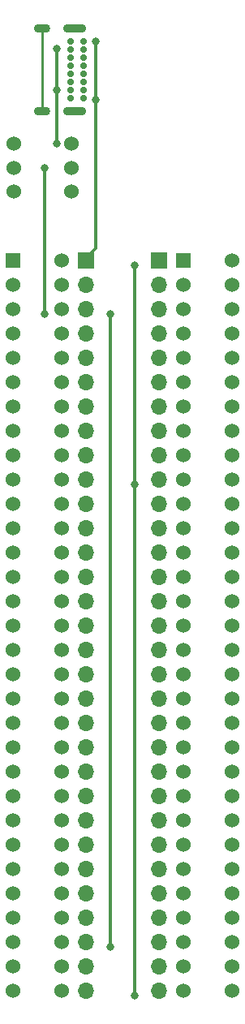
<source format=gbr>
G04 #@! TF.GenerationSoftware,KiCad,Pcbnew,(5.1.8)-1*
G04 #@! TF.CreationDate,2024-05-23T13:17:17-06:00*
G04 #@! TF.ProjectId,Breadboard Adapter,42726561-6462-46f6-9172-642041646170,rev?*
G04 #@! TF.SameCoordinates,Original*
G04 #@! TF.FileFunction,Copper,L2,Bot*
G04 #@! TF.FilePolarity,Positive*
%FSLAX46Y46*%
G04 Gerber Fmt 4.6, Leading zero omitted, Abs format (unit mm)*
G04 Created by KiCad (PCBNEW (5.1.8)-1) date 2024-05-23 13:17:17*
%MOMM*%
%LPD*%
G01*
G04 APERTURE LIST*
G04 #@! TA.AperFunction,ComponentPad*
%ADD10O,1.700000X1.700000*%
G04 #@! TD*
G04 #@! TA.AperFunction,ComponentPad*
%ADD11R,1.700000X1.700000*%
G04 #@! TD*
G04 #@! TA.AperFunction,ComponentPad*
%ADD12C,1.524000*%
G04 #@! TD*
G04 #@! TA.AperFunction,ComponentPad*
%ADD13R,1.524000X1.524000*%
G04 #@! TD*
G04 #@! TA.AperFunction,ComponentPad*
%ADD14O,1.700000X0.900000*%
G04 #@! TD*
G04 #@! TA.AperFunction,ComponentPad*
%ADD15O,2.400000X0.900000*%
G04 #@! TD*
G04 #@! TA.AperFunction,ComponentPad*
%ADD16C,0.700000*%
G04 #@! TD*
G04 #@! TA.AperFunction,ViaPad*
%ADD17C,0.800000*%
G04 #@! TD*
G04 #@! TA.AperFunction,Conductor*
%ADD18C,0.330200*%
G04 #@! TD*
G04 #@! TA.AperFunction,Conductor*
%ADD19C,0.250000*%
G04 #@! TD*
G04 APERTURE END LIST*
D10*
G04 #@! TO.P,J4,31*
G04 #@! TO.N,/A0*
X106680000Y-114300000D03*
G04 #@! TO.P,J4,30*
G04 #@! TO.N,/A1*
X106680000Y-111760000D03*
G04 #@! TO.P,J4,29*
G04 #@! TO.N,/A2*
X106680000Y-109220000D03*
G04 #@! TO.P,J4,28*
G04 #@! TO.N,/A3*
X106680000Y-106680000D03*
G04 #@! TO.P,J4,27*
G04 #@! TO.N,/A4*
X106680000Y-104140000D03*
G04 #@! TO.P,J4,26*
G04 #@! TO.N,/A5*
X106680000Y-101600000D03*
G04 #@! TO.P,J4,25*
G04 #@! TO.N,/A6*
X106680000Y-99060000D03*
G04 #@! TO.P,J4,24*
G04 #@! TO.N,/A7*
X106680000Y-96520000D03*
G04 #@! TO.P,J4,23*
G04 #@! TO.N,/A8*
X106680000Y-93980000D03*
G04 #@! TO.P,J4,22*
G04 #@! TO.N,/A9*
X106680000Y-91440000D03*
G04 #@! TO.P,J4,21*
G04 #@! TO.N,/A10*
X106680000Y-88900000D03*
G04 #@! TO.P,J4,20*
G04 #@! TO.N,/A11*
X106680000Y-86360000D03*
G04 #@! TO.P,J4,19*
G04 #@! TO.N,/A12*
X106680000Y-83820000D03*
G04 #@! TO.P,J4,18*
G04 #@! TO.N,/A13*
X106680000Y-81280000D03*
G04 #@! TO.P,J4,17*
G04 #@! TO.N,/A14*
X106680000Y-78740000D03*
G04 #@! TO.P,J4,16*
G04 #@! TO.N,/A15*
X106680000Y-76200000D03*
G04 #@! TO.P,J4,15*
G04 #@! TO.N,/A16*
X106680000Y-73660000D03*
G04 #@! TO.P,J4,14*
G04 #@! TO.N,/A17*
X106680000Y-71120000D03*
G04 #@! TO.P,J4,13*
G04 #@! TO.N,/A18*
X106680000Y-68580000D03*
G04 #@! TO.P,J4,12*
G04 #@! TO.N,/A19*
X106680000Y-66040000D03*
G04 #@! TO.P,J4,11*
G04 #@! TO.N,/AEN*
X106680000Y-63500000D03*
G04 #@! TO.P,J4,10*
G04 #@! TO.N,/RDY1*
X106680000Y-60960000D03*
G04 #@! TO.P,J4,9*
G04 #@! TO.N,/D0*
X106680000Y-58420000D03*
G04 #@! TO.P,J4,8*
G04 #@! TO.N,/D1*
X106680000Y-55880000D03*
G04 #@! TO.P,J4,7*
G04 #@! TO.N,/D2*
X106680000Y-53340000D03*
G04 #@! TO.P,J4,6*
G04 #@! TO.N,/D3*
X106680000Y-50800000D03*
G04 #@! TO.P,J4,5*
G04 #@! TO.N,/D4*
X106680000Y-48260000D03*
G04 #@! TO.P,J4,4*
G04 #@! TO.N,/D5*
X106680000Y-45720000D03*
G04 #@! TO.P,J4,3*
G04 #@! TO.N,/D6*
X106680000Y-43180000D03*
G04 #@! TO.P,J4,2*
G04 #@! TO.N,/D7*
X106680000Y-40640000D03*
D11*
G04 #@! TO.P,J4,1*
G04 #@! TO.N,/CH_CK*
X106680000Y-38100000D03*
G04 #@! TD*
D10*
G04 #@! TO.P,J3,31*
G04 #@! TO.N,/GND*
X99060000Y-114300000D03*
G04 #@! TO.P,J3,30*
G04 #@! TO.N,/OSC88*
X99060000Y-111760000D03*
G04 #@! TO.P,J3,29*
G04 #@! TO.N,/5+*
X99060000Y-109220000D03*
G04 #@! TO.P,J3,28*
G04 #@! TO.N,/ALE*
X99060000Y-106680000D03*
G04 #@! TO.P,J3,27*
G04 #@! TO.N,/TC*
X99060000Y-104140000D03*
G04 #@! TO.P,J3,26*
G04 #@! TO.N,/DACK2*
X99060000Y-101600000D03*
G04 #@! TO.P,J3,25*
G04 #@! TO.N,/IRQ3*
X99060000Y-99060000D03*
G04 #@! TO.P,J3,24*
G04 #@! TO.N,/IRQ4*
X99060000Y-96520000D03*
G04 #@! TO.P,J3,23*
G04 #@! TO.N,/IRQ5*
X99060000Y-93980000D03*
G04 #@! TO.P,J3,22*
G04 #@! TO.N,/IRQ6*
X99060000Y-91440000D03*
G04 #@! TO.P,J3,21*
G04 #@! TO.N,/IRQ7*
X99060000Y-88900000D03*
G04 #@! TO.P,J3,20*
G04 #@! TO.N,/CLK88*
X99060000Y-86360000D03*
G04 #@! TO.P,J3,19*
G04 #@! TO.N,/REFRQ*
X99060000Y-83820000D03*
G04 #@! TO.P,J3,18*
G04 #@! TO.N,/DRQ1*
X99060000Y-81280000D03*
G04 #@! TO.P,J3,17*
G04 #@! TO.N,/DACK1*
X99060000Y-78740000D03*
G04 #@! TO.P,J3,16*
G04 #@! TO.N,/DRQ3*
X99060000Y-76200000D03*
G04 #@! TO.P,J3,15*
G04 #@! TO.N,/DACK3*
X99060000Y-73660000D03*
G04 #@! TO.P,J3,14*
G04 #@! TO.N,/IORD*
X99060000Y-71120000D03*
G04 #@! TO.P,J3,13*
G04 #@! TO.N,/IOWR*
X99060000Y-68580000D03*
G04 #@! TO.P,J3,12*
G04 #@! TO.N,/MRD*
X99060000Y-66040000D03*
G04 #@! TO.P,J3,11*
G04 #@! TO.N,/MWR*
X99060000Y-63500000D03*
G04 #@! TO.P,J3,10*
G04 #@! TO.N,/GND*
X99060000Y-60960000D03*
G04 #@! TO.P,J3,9*
G04 #@! TO.N,/12+*
X99060000Y-58420000D03*
G04 #@! TO.P,J3,8*
G04 #@! TO.N,/NC*
X99060000Y-55880000D03*
G04 #@! TO.P,J3,7*
G04 #@! TO.N,/12-*
X99060000Y-53340000D03*
G04 #@! TO.P,J3,6*
G04 #@! TO.N,/DRQ2*
X99060000Y-50800000D03*
G04 #@! TO.P,J3,5*
G04 #@! TO.N,/5-*
X99060000Y-48260000D03*
G04 #@! TO.P,J3,4*
G04 #@! TO.N,/IRQ2*
X99060000Y-45720000D03*
G04 #@! TO.P,J3,3*
G04 #@! TO.N,/5+*
X99060000Y-43180000D03*
G04 #@! TO.P,J3,2*
G04 #@! TO.N,/RESOUT*
X99060000Y-40640000D03*
D11*
G04 #@! TO.P,J3,1*
G04 #@! TO.N,/GND*
X99060000Y-38100000D03*
G04 #@! TD*
D12*
G04 #@! TO.P,J9,62*
G04 #@! TO.N,/A0*
X96520000Y-114300000D03*
G04 #@! TO.P,J9,61*
G04 #@! TO.N,/A1*
X96520000Y-111760000D03*
G04 #@! TO.P,J9,60*
G04 #@! TO.N,/A2*
X96520000Y-109220000D03*
G04 #@! TO.P,J9,59*
G04 #@! TO.N,/A3*
X96520000Y-106680000D03*
G04 #@! TO.P,J9,58*
G04 #@! TO.N,/A4*
X96520000Y-104140000D03*
G04 #@! TO.P,J9,57*
G04 #@! TO.N,/A5*
X96520000Y-101600000D03*
G04 #@! TO.P,J9,56*
G04 #@! TO.N,/A6*
X96520000Y-99060000D03*
G04 #@! TO.P,J9,55*
G04 #@! TO.N,/A7*
X96520000Y-96520000D03*
G04 #@! TO.P,J9,54*
G04 #@! TO.N,/A8*
X96520000Y-93980000D03*
G04 #@! TO.P,J9,53*
G04 #@! TO.N,/A9*
X96520000Y-91440000D03*
G04 #@! TO.P,J9,52*
G04 #@! TO.N,/A10*
X96520000Y-88900000D03*
G04 #@! TO.P,J9,51*
G04 #@! TO.N,/A11*
X96520000Y-86360000D03*
G04 #@! TO.P,J9,50*
G04 #@! TO.N,/A12*
X96520000Y-83820000D03*
G04 #@! TO.P,J9,49*
G04 #@! TO.N,/A13*
X96520000Y-81280000D03*
G04 #@! TO.P,J9,48*
G04 #@! TO.N,/A14*
X96520000Y-78740000D03*
G04 #@! TO.P,J9,47*
G04 #@! TO.N,/A15*
X96520000Y-76200000D03*
G04 #@! TO.P,J9,46*
G04 #@! TO.N,/A16*
X96520000Y-73660000D03*
G04 #@! TO.P,J9,45*
G04 #@! TO.N,/A17*
X96520000Y-71120000D03*
G04 #@! TO.P,J9,44*
G04 #@! TO.N,/A18*
X96520000Y-68580000D03*
G04 #@! TO.P,J9,43*
G04 #@! TO.N,/A19*
X96520000Y-66040000D03*
G04 #@! TO.P,J9,42*
G04 #@! TO.N,/AEN*
X96520000Y-63500000D03*
G04 #@! TO.P,J9,41*
G04 #@! TO.N,/RDY1*
X96520000Y-60960000D03*
G04 #@! TO.P,J9,40*
G04 #@! TO.N,/D0*
X96520000Y-58420000D03*
G04 #@! TO.P,J9,39*
G04 #@! TO.N,/D1*
X96520000Y-55880000D03*
G04 #@! TO.P,J9,38*
G04 #@! TO.N,/D2*
X96520000Y-53340000D03*
G04 #@! TO.P,J9,37*
G04 #@! TO.N,/D3*
X96520000Y-50800000D03*
G04 #@! TO.P,J9,36*
G04 #@! TO.N,/D4*
X96520000Y-48260000D03*
G04 #@! TO.P,J9,35*
G04 #@! TO.N,/D5*
X96520000Y-45720000D03*
G04 #@! TO.P,J9,34*
G04 #@! TO.N,/D6*
X96520000Y-43180000D03*
G04 #@! TO.P,J9,33*
G04 #@! TO.N,/D7*
X96520000Y-40640000D03*
G04 #@! TO.P,J9,32*
G04 #@! TO.N,/CH_CK*
X96520000Y-38100000D03*
G04 #@! TO.P,J9,31*
G04 #@! TO.N,/GND*
X91440000Y-114300000D03*
G04 #@! TO.P,J9,30*
G04 #@! TO.N,/OSC88*
X91440000Y-111760000D03*
G04 #@! TO.P,J9,29*
G04 #@! TO.N,/5+*
X91440000Y-109220000D03*
G04 #@! TO.P,J9,28*
G04 #@! TO.N,/ALE*
X91440000Y-106680000D03*
G04 #@! TO.P,J9,27*
G04 #@! TO.N,/TC*
X91440000Y-104140000D03*
G04 #@! TO.P,J9,26*
G04 #@! TO.N,/DACK2*
X91440000Y-101600000D03*
G04 #@! TO.P,J9,25*
G04 #@! TO.N,/IRQ3*
X91440000Y-99060000D03*
G04 #@! TO.P,J9,24*
G04 #@! TO.N,/IRQ4*
X91440000Y-96520000D03*
G04 #@! TO.P,J9,23*
G04 #@! TO.N,/IRQ5*
X91440000Y-93980000D03*
G04 #@! TO.P,J9,22*
G04 #@! TO.N,/IRQ6*
X91440000Y-91440000D03*
G04 #@! TO.P,J9,21*
G04 #@! TO.N,/IRQ7*
X91440000Y-88900000D03*
G04 #@! TO.P,J9,20*
G04 #@! TO.N,/CLK88*
X91440000Y-86360000D03*
G04 #@! TO.P,J9,19*
G04 #@! TO.N,/REFRQ*
X91440000Y-83820000D03*
G04 #@! TO.P,J9,18*
G04 #@! TO.N,/DRQ1*
X91440000Y-81280000D03*
G04 #@! TO.P,J9,17*
G04 #@! TO.N,/DACK1*
X91440000Y-78740000D03*
G04 #@! TO.P,J9,16*
G04 #@! TO.N,/DRQ3*
X91440000Y-76200000D03*
G04 #@! TO.P,J9,15*
G04 #@! TO.N,/DACK3*
X91440000Y-73660000D03*
G04 #@! TO.P,J9,14*
G04 #@! TO.N,/IORD*
X91440000Y-71120000D03*
G04 #@! TO.P,J9,13*
G04 #@! TO.N,/IOWR*
X91440000Y-68580000D03*
G04 #@! TO.P,J9,12*
G04 #@! TO.N,/MRD*
X91440000Y-66040000D03*
G04 #@! TO.P,J9,11*
G04 #@! TO.N,/MWR*
X91440000Y-63500000D03*
G04 #@! TO.P,J9,10*
G04 #@! TO.N,/GND*
X91440000Y-60960000D03*
G04 #@! TO.P,J9,9*
G04 #@! TO.N,/12+*
X91440000Y-58420000D03*
G04 #@! TO.P,J9,8*
G04 #@! TO.N,/NC*
X91440000Y-55880000D03*
G04 #@! TO.P,J9,7*
G04 #@! TO.N,/12-*
X91440000Y-53340000D03*
G04 #@! TO.P,J9,6*
G04 #@! TO.N,/DRQ2*
X91440000Y-50800000D03*
G04 #@! TO.P,J9,5*
G04 #@! TO.N,/5-*
X91440000Y-48260000D03*
G04 #@! TO.P,J9,4*
G04 #@! TO.N,/IRQ2*
X91440000Y-45720000D03*
G04 #@! TO.P,J9,3*
G04 #@! TO.N,/5+*
X91440000Y-43180000D03*
G04 #@! TO.P,J9,2*
G04 #@! TO.N,/RESOUT*
X91440000Y-40640000D03*
D13*
G04 #@! TO.P,J9,1*
G04 #@! TO.N,/GND*
X91440000Y-38100000D03*
G04 #@! TD*
D12*
G04 #@! TO.P,J1,62*
G04 #@! TO.N,/A0*
X114300000Y-114300000D03*
G04 #@! TO.P,J1,61*
G04 #@! TO.N,/A1*
X114300000Y-111760000D03*
G04 #@! TO.P,J1,60*
G04 #@! TO.N,/A2*
X114300000Y-109220000D03*
G04 #@! TO.P,J1,59*
G04 #@! TO.N,/A3*
X114300000Y-106680000D03*
G04 #@! TO.P,J1,58*
G04 #@! TO.N,/A4*
X114300000Y-104140000D03*
G04 #@! TO.P,J1,57*
G04 #@! TO.N,/A5*
X114300000Y-101600000D03*
G04 #@! TO.P,J1,56*
G04 #@! TO.N,/A6*
X114300000Y-99060000D03*
G04 #@! TO.P,J1,55*
G04 #@! TO.N,/A7*
X114300000Y-96520000D03*
G04 #@! TO.P,J1,54*
G04 #@! TO.N,/A8*
X114300000Y-93980000D03*
G04 #@! TO.P,J1,53*
G04 #@! TO.N,/A9*
X114300000Y-91440000D03*
G04 #@! TO.P,J1,52*
G04 #@! TO.N,/A10*
X114300000Y-88900000D03*
G04 #@! TO.P,J1,51*
G04 #@! TO.N,/A11*
X114300000Y-86360000D03*
G04 #@! TO.P,J1,50*
G04 #@! TO.N,/A12*
X114300000Y-83820000D03*
G04 #@! TO.P,J1,49*
G04 #@! TO.N,/A13*
X114300000Y-81280000D03*
G04 #@! TO.P,J1,48*
G04 #@! TO.N,/A14*
X114300000Y-78740000D03*
G04 #@! TO.P,J1,47*
G04 #@! TO.N,/A15*
X114300000Y-76200000D03*
G04 #@! TO.P,J1,46*
G04 #@! TO.N,/A16*
X114300000Y-73660000D03*
G04 #@! TO.P,J1,45*
G04 #@! TO.N,/A17*
X114300000Y-71120000D03*
G04 #@! TO.P,J1,44*
G04 #@! TO.N,/A18*
X114300000Y-68580000D03*
G04 #@! TO.P,J1,43*
G04 #@! TO.N,/A19*
X114300000Y-66040000D03*
G04 #@! TO.P,J1,42*
G04 #@! TO.N,/AEN*
X114300000Y-63500000D03*
G04 #@! TO.P,J1,41*
G04 #@! TO.N,/RDY1*
X114300000Y-60960000D03*
G04 #@! TO.P,J1,40*
G04 #@! TO.N,/D0*
X114300000Y-58420000D03*
G04 #@! TO.P,J1,39*
G04 #@! TO.N,/D1*
X114300000Y-55880000D03*
G04 #@! TO.P,J1,38*
G04 #@! TO.N,/D2*
X114300000Y-53340000D03*
G04 #@! TO.P,J1,37*
G04 #@! TO.N,/D3*
X114300000Y-50800000D03*
G04 #@! TO.P,J1,36*
G04 #@! TO.N,/D4*
X114300000Y-48260000D03*
G04 #@! TO.P,J1,35*
G04 #@! TO.N,/D5*
X114300000Y-45720000D03*
G04 #@! TO.P,J1,34*
G04 #@! TO.N,/D6*
X114300000Y-43180000D03*
G04 #@! TO.P,J1,33*
G04 #@! TO.N,/D7*
X114300000Y-40640000D03*
G04 #@! TO.P,J1,32*
G04 #@! TO.N,/CH_CK*
X114300000Y-38100000D03*
G04 #@! TO.P,J1,31*
G04 #@! TO.N,/GND*
X109220000Y-114300000D03*
G04 #@! TO.P,J1,30*
G04 #@! TO.N,/OSC88*
X109220000Y-111760000D03*
G04 #@! TO.P,J1,29*
G04 #@! TO.N,/5+*
X109220000Y-109220000D03*
G04 #@! TO.P,J1,28*
G04 #@! TO.N,/ALE*
X109220000Y-106680000D03*
G04 #@! TO.P,J1,27*
G04 #@! TO.N,/TC*
X109220000Y-104140000D03*
G04 #@! TO.P,J1,26*
G04 #@! TO.N,/DACK2*
X109220000Y-101600000D03*
G04 #@! TO.P,J1,25*
G04 #@! TO.N,/IRQ3*
X109220000Y-99060000D03*
G04 #@! TO.P,J1,24*
G04 #@! TO.N,/IRQ4*
X109220000Y-96520000D03*
G04 #@! TO.P,J1,23*
G04 #@! TO.N,/IRQ5*
X109220000Y-93980000D03*
G04 #@! TO.P,J1,22*
G04 #@! TO.N,/IRQ6*
X109220000Y-91440000D03*
G04 #@! TO.P,J1,21*
G04 #@! TO.N,/IRQ7*
X109220000Y-88900000D03*
G04 #@! TO.P,J1,20*
G04 #@! TO.N,/CLK88*
X109220000Y-86360000D03*
G04 #@! TO.P,J1,19*
G04 #@! TO.N,/REFRQ*
X109220000Y-83820000D03*
G04 #@! TO.P,J1,18*
G04 #@! TO.N,/DRQ1*
X109220000Y-81280000D03*
G04 #@! TO.P,J1,17*
G04 #@! TO.N,/DACK1*
X109220000Y-78740000D03*
G04 #@! TO.P,J1,16*
G04 #@! TO.N,/DRQ3*
X109220000Y-76200000D03*
G04 #@! TO.P,J1,15*
G04 #@! TO.N,/DACK3*
X109220000Y-73660000D03*
G04 #@! TO.P,J1,14*
G04 #@! TO.N,/IORD*
X109220000Y-71120000D03*
G04 #@! TO.P,J1,13*
G04 #@! TO.N,/IOWR*
X109220000Y-68580000D03*
G04 #@! TO.P,J1,12*
G04 #@! TO.N,/MRD*
X109220000Y-66040000D03*
G04 #@! TO.P,J1,11*
G04 #@! TO.N,/MWR*
X109220000Y-63500000D03*
G04 #@! TO.P,J1,10*
G04 #@! TO.N,/GND*
X109220000Y-60960000D03*
G04 #@! TO.P,J1,9*
G04 #@! TO.N,/12+*
X109220000Y-58420000D03*
G04 #@! TO.P,J1,8*
G04 #@! TO.N,/NC*
X109220000Y-55880000D03*
G04 #@! TO.P,J1,7*
G04 #@! TO.N,/12-*
X109220000Y-53340000D03*
G04 #@! TO.P,J1,6*
G04 #@! TO.N,/DRQ2*
X109220000Y-50800000D03*
G04 #@! TO.P,J1,5*
G04 #@! TO.N,/5-*
X109220000Y-48260000D03*
G04 #@! TO.P,J1,4*
G04 #@! TO.N,/IRQ2*
X109220000Y-45720000D03*
G04 #@! TO.P,J1,3*
G04 #@! TO.N,/5+*
X109220000Y-43180000D03*
G04 #@! TO.P,J1,2*
G04 #@! TO.N,/RESOUT*
X109220000Y-40640000D03*
D13*
G04 #@! TO.P,J1,1*
G04 #@! TO.N,/GND*
X109220000Y-38100000D03*
G04 #@! TD*
D12*
G04 #@! TO.P,SW1,6*
G04 #@! TO.N,Net-(SW1-Pad6)*
X91536000Y-30908000D03*
G04 #@! TO.P,SW1,5*
G04 #@! TO.N,Net-(SW1-Pad5)*
X91536000Y-28408000D03*
G04 #@! TO.P,SW1,4*
G04 #@! TO.N,Net-(SW1-Pad4)*
X91536000Y-25908000D03*
G04 #@! TO.P,SW1,3*
G04 #@! TO.N,/POWER_SUPPLY*
X97536000Y-25908000D03*
G04 #@! TO.P,SW1,2*
G04 #@! TO.N,/5+*
X97536000Y-28408000D03*
G04 #@! TO.P,SW1,1*
G04 #@! TO.N,Net-(SW1-Pad1)*
X97536000Y-30908000D03*
G04 #@! TD*
D14*
G04 #@! TO.P,J2,S1*
G04 #@! TO.N,Net-(J2-PadS1)*
X94446000Y-22540000D03*
X94446000Y-13890000D03*
D15*
X97826000Y-22540000D03*
X97826000Y-13890000D03*
D16*
G04 #@! TO.P,J2,B6*
G04 #@! TO.N,Net-(J2-PadB6)*
X97456000Y-18640000D03*
G04 #@! TO.P,J2,B1*
G04 #@! TO.N,/GND*
X97456000Y-21190000D03*
G04 #@! TO.P,J2,B4*
G04 #@! TO.N,/POWER_SUPPLY*
X97456000Y-20340000D03*
G04 #@! TO.P,J2,B5*
G04 #@! TO.N,Net-(J2-PadB5)*
X97456000Y-19490000D03*
G04 #@! TO.P,J2,B12*
G04 #@! TO.N,/GND*
X97456000Y-15240000D03*
G04 #@! TO.P,J2,B8*
G04 #@! TO.N,Net-(J2-PadB8)*
X97456000Y-16940000D03*
G04 #@! TO.P,J2,B7*
G04 #@! TO.N,Net-(J2-PadB7)*
X97456000Y-17790000D03*
G04 #@! TO.P,J2,B9*
G04 #@! TO.N,/POWER_SUPPLY*
X97456000Y-16090000D03*
G04 #@! TO.P,J2,A12*
G04 #@! TO.N,/GND*
X98806000Y-21190000D03*
G04 #@! TO.P,J2,A9*
G04 #@! TO.N,/POWER_SUPPLY*
X98806000Y-20340000D03*
G04 #@! TO.P,J2,A8*
G04 #@! TO.N,Net-(J2-PadA8)*
X98806000Y-19490000D03*
G04 #@! TO.P,J2,A7*
G04 #@! TO.N,Net-(J2-PadA7)*
X98806000Y-18640000D03*
G04 #@! TO.P,J2,A6*
G04 #@! TO.N,Net-(J2-PadA6)*
X98806000Y-17790000D03*
G04 #@! TO.P,J2,A5*
G04 #@! TO.N,Net-(J2-PadA5)*
X98806000Y-16940000D03*
G04 #@! TO.P,J2,A4*
G04 #@! TO.N,/POWER_SUPPLY*
X98806000Y-16090000D03*
G04 #@! TO.P,J2,A1*
G04 #@! TO.N,/GND*
X98806000Y-15240000D03*
G04 #@! TD*
D17*
G04 #@! TO.N,/GND*
X100076000Y-15240000D03*
X100076000Y-21336000D03*
X104140000Y-38608000D03*
X104140000Y-114808000D03*
X104140000Y-61468000D03*
G04 #@! TO.N,/POWER_SUPPLY*
X96012000Y-20320000D03*
X96012000Y-16002000D03*
X96012000Y-25908000D03*
G04 #@! TO.N,/5+*
X101600000Y-43688000D03*
X101600000Y-109728000D03*
X94742000Y-43688000D03*
X94742000Y-28448000D03*
G04 #@! TD*
D18*
G04 #@! TO.N,/GND*
X100076000Y-21336000D02*
X100076000Y-15240000D01*
X104140000Y-38608000D02*
X104140000Y-61468000D01*
X104140000Y-113499002D02*
X104140000Y-114554000D01*
X104140000Y-114554000D02*
X104140000Y-114808000D01*
X104140000Y-114808000D02*
X104140000Y-114808000D01*
X104140000Y-61468000D02*
X104140000Y-113499002D01*
X100076000Y-36830000D02*
X100076000Y-21336000D01*
X99060000Y-37846000D02*
X100076000Y-36830000D01*
X99060000Y-38100000D02*
X99060000Y-37846000D01*
D19*
G04 #@! TO.N,Net-(J2-PadS1)*
X94446000Y-13890000D02*
X94446000Y-22540000D01*
D18*
G04 #@! TO.N,/POWER_SUPPLY*
X96012000Y-20320000D02*
X96012000Y-25908000D01*
X96012000Y-20320000D02*
X96012000Y-16002000D01*
G04 #@! TO.N,/5+*
X101600000Y-43688000D02*
X101600000Y-109728000D01*
X101600000Y-109728000D02*
X101600000Y-109728000D01*
X94742000Y-43688000D02*
X94742000Y-43688000D01*
X94742000Y-43688000D02*
X94742000Y-28448000D01*
G04 #@! TD*
M02*

</source>
